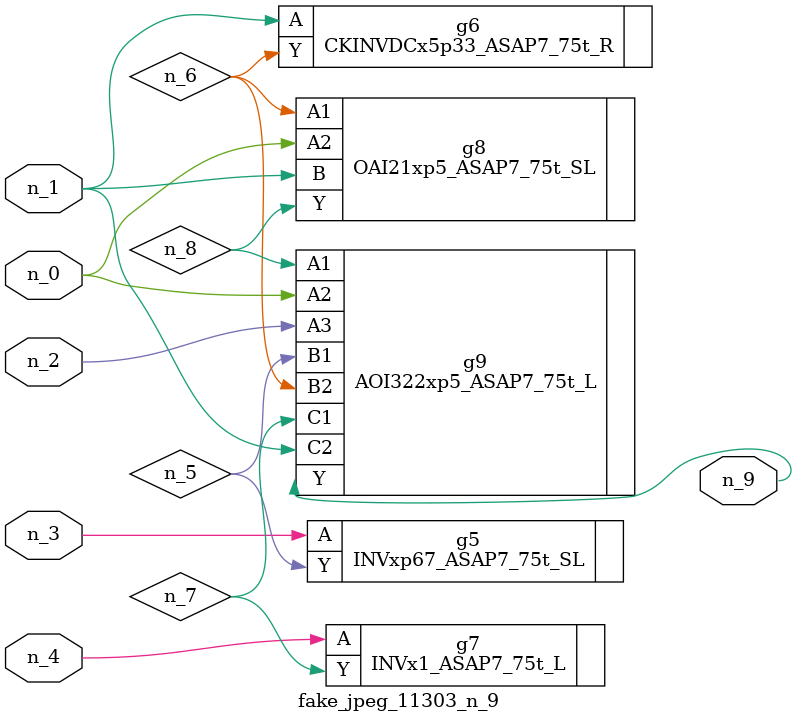
<source format=v>
module fake_jpeg_11303_n_9 (n_3, n_2, n_1, n_0, n_4, n_9);

input n_3;
input n_2;
input n_1;
input n_0;
input n_4;

output n_9;

wire n_8;
wire n_6;
wire n_5;
wire n_7;

INVxp67_ASAP7_75t_SL g5 ( 
.A(n_3),
.Y(n_5)
);

CKINVDCx5p33_ASAP7_75t_R g6 ( 
.A(n_1),
.Y(n_6)
);

INVx1_ASAP7_75t_L g7 ( 
.A(n_4),
.Y(n_7)
);

OAI21xp5_ASAP7_75t_SL g8 ( 
.A1(n_6),
.A2(n_0),
.B(n_1),
.Y(n_8)
);

AOI322xp5_ASAP7_75t_L g9 ( 
.A1(n_8),
.A2(n_0),
.A3(n_2),
.B1(n_5),
.B2(n_6),
.C1(n_7),
.C2(n_1),
.Y(n_9)
);


endmodule
</source>
